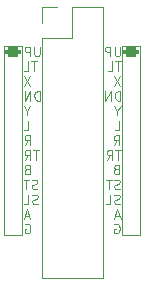
<source format=gbr>
%TF.GenerationSoftware,KiCad,Pcbnew,7.0.1*%
%TF.CreationDate,2023-03-28T23:33:38+09:00*%
%TF.ProjectId,joystick_gpio_input_2p_rasp_part,6a6f7973-7469-4636-9b5f-6770696f5f69,2*%
%TF.SameCoordinates,PX883b640PY6b1d950*%
%TF.FileFunction,Legend,Bot*%
%TF.FilePolarity,Positive*%
%FSLAX46Y46*%
G04 Gerber Fmt 4.6, Leading zero omitted, Abs format (unit mm)*
G04 Created by KiCad (PCBNEW 7.0.1) date 2023-03-28 23:33:38*
%MOMM*%
%LPD*%
G01*
G04 APERTURE LIST*
G04 Aperture macros list*
%AMRoundRect*
0 Rectangle with rounded corners*
0 $1 Rounding radius*
0 $2 $3 $4 $5 $6 $7 $8 $9 X,Y pos of 4 corners*
0 Add a 4 corners polygon primitive as box body*
4,1,4,$2,$3,$4,$5,$6,$7,$8,$9,$2,$3,0*
0 Add four circle primitives for the rounded corners*
1,1,$1+$1,$2,$3*
1,1,$1+$1,$4,$5*
1,1,$1+$1,$6,$7*
1,1,$1+$1,$8,$9*
0 Add four rect primitives between the rounded corners*
20,1,$1+$1,$2,$3,$4,$5,0*
20,1,$1+$1,$4,$5,$6,$7,0*
20,1,$1+$1,$6,$7,$8,$9,0*
20,1,$1+$1,$8,$9,$2,$3,0*%
G04 Aperture macros list end*
%ADD10C,0.100000*%
%ADD11C,0.120000*%
%ADD12RoundRect,0.200000X-0.450000X0.200000X-0.450000X-0.200000X0.450000X-0.200000X0.450000X0.200000X0*%
%ADD13O,1.300000X0.800000*%
%ADD14R,1.700000X1.700000*%
%ADD15O,1.700000X1.700000*%
G04 APERTURE END LIST*
D10*
%TO.C,J9*%
X9863719Y5752877D02*
X9482766Y5752877D01*
X9939909Y5524305D02*
X9673242Y6324305D01*
X9673242Y6324305D02*
X9406576Y5524305D01*
X9901814Y17576505D02*
X9368480Y16776505D01*
X9368480Y17576505D02*
X9901814Y16776505D01*
X9901823Y15531905D02*
X9901823Y16331905D01*
X9901823Y16331905D02*
X9711347Y16331905D01*
X9711347Y16331905D02*
X9597061Y16293810D01*
X9597061Y16293810D02*
X9520871Y16217620D01*
X9520871Y16217620D02*
X9482776Y16141429D01*
X9482776Y16141429D02*
X9444680Y15989048D01*
X9444680Y15989048D02*
X9444680Y15874762D01*
X9444680Y15874762D02*
X9482776Y15722381D01*
X9482776Y15722381D02*
X9520871Y15646191D01*
X9520871Y15646191D02*
X9597061Y15570000D01*
X9597061Y15570000D02*
X9711347Y15531905D01*
X9711347Y15531905D02*
X9901823Y15531905D01*
X9101823Y15531905D02*
X9101823Y16331905D01*
X9101823Y16331905D02*
X8644680Y15531905D01*
X8644680Y15531905D02*
X8644680Y16331905D01*
X9863719Y8077000D02*
X9749433Y8038905D01*
X9749433Y8038905D02*
X9558957Y8038905D01*
X9558957Y8038905D02*
X9482766Y8077000D01*
X9482766Y8077000D02*
X9444671Y8115096D01*
X9444671Y8115096D02*
X9406576Y8191286D01*
X9406576Y8191286D02*
X9406576Y8267477D01*
X9406576Y8267477D02*
X9444671Y8343667D01*
X9444671Y8343667D02*
X9482766Y8381762D01*
X9482766Y8381762D02*
X9558957Y8419858D01*
X9558957Y8419858D02*
X9711338Y8457953D01*
X9711338Y8457953D02*
X9787528Y8496048D01*
X9787528Y8496048D02*
X9825623Y8534143D01*
X9825623Y8534143D02*
X9863719Y8610334D01*
X9863719Y8610334D02*
X9863719Y8686524D01*
X9863719Y8686524D02*
X9825623Y8762715D01*
X9825623Y8762715D02*
X9787528Y8800810D01*
X9787528Y8800810D02*
X9711338Y8838905D01*
X9711338Y8838905D02*
X9520861Y8838905D01*
X9520861Y8838905D02*
X9406576Y8800810D01*
X9178004Y8838905D02*
X8720861Y8838905D01*
X8949433Y8038905D02*
X8949433Y8838905D01*
X9406576Y5041610D02*
X9482766Y5079705D01*
X9482766Y5079705D02*
X9597052Y5079705D01*
X9597052Y5079705D02*
X9711338Y5041610D01*
X9711338Y5041610D02*
X9787528Y4965420D01*
X9787528Y4965420D02*
X9825623Y4889229D01*
X9825623Y4889229D02*
X9863719Y4736848D01*
X9863719Y4736848D02*
X9863719Y4622562D01*
X9863719Y4622562D02*
X9825623Y4470181D01*
X9825623Y4470181D02*
X9787528Y4393991D01*
X9787528Y4393991D02*
X9711338Y4317800D01*
X9711338Y4317800D02*
X9597052Y4279705D01*
X9597052Y4279705D02*
X9520861Y4279705D01*
X9520861Y4279705D02*
X9406576Y4317800D01*
X9406576Y4317800D02*
X9368480Y4355896D01*
X9368480Y4355896D02*
X9368480Y4622562D01*
X9368480Y4622562D02*
X9520861Y4622562D01*
X9863719Y6807000D02*
X9749433Y6768905D01*
X9749433Y6768905D02*
X9558957Y6768905D01*
X9558957Y6768905D02*
X9482766Y6807000D01*
X9482766Y6807000D02*
X9444671Y6845096D01*
X9444671Y6845096D02*
X9406576Y6921286D01*
X9406576Y6921286D02*
X9406576Y6997477D01*
X9406576Y6997477D02*
X9444671Y7073667D01*
X9444671Y7073667D02*
X9482766Y7111762D01*
X9482766Y7111762D02*
X9558957Y7149858D01*
X9558957Y7149858D02*
X9711338Y7187953D01*
X9711338Y7187953D02*
X9787528Y7226048D01*
X9787528Y7226048D02*
X9825623Y7264143D01*
X9825623Y7264143D02*
X9863719Y7340334D01*
X9863719Y7340334D02*
X9863719Y7416524D01*
X9863719Y7416524D02*
X9825623Y7492715D01*
X9825623Y7492715D02*
X9787528Y7530810D01*
X9787528Y7530810D02*
X9711338Y7568905D01*
X9711338Y7568905D02*
X9520861Y7568905D01*
X9520861Y7568905D02*
X9406576Y7530810D01*
X8682766Y6768905D02*
X9063718Y6768905D01*
X9063718Y6768905D02*
X9063718Y7568905D01*
X9673242Y14668258D02*
X9673242Y14287305D01*
X9939909Y15087305D02*
X9673242Y14668258D01*
X9673242Y14668258D02*
X9406576Y15087305D01*
X9444671Y13017305D02*
X9825623Y13017305D01*
X9825623Y13017305D02*
X9825623Y13817305D01*
X9901823Y20091105D02*
X9901823Y19443486D01*
X9901823Y19443486D02*
X9863728Y19367296D01*
X9863728Y19367296D02*
X9825633Y19329200D01*
X9825633Y19329200D02*
X9749442Y19291105D01*
X9749442Y19291105D02*
X9597061Y19291105D01*
X9597061Y19291105D02*
X9520871Y19329200D01*
X9520871Y19329200D02*
X9482776Y19367296D01*
X9482776Y19367296D02*
X9444680Y19443486D01*
X9444680Y19443486D02*
X9444680Y20091105D01*
X9063728Y19291105D02*
X9063728Y20091105D01*
X9063728Y20091105D02*
X8758966Y20091105D01*
X8758966Y20091105D02*
X8682776Y20053010D01*
X8682776Y20053010D02*
X8644681Y20014915D01*
X8644681Y20014915D02*
X8606585Y19938724D01*
X8606585Y19938724D02*
X8606585Y19824439D01*
X8606585Y19824439D02*
X8644681Y19748248D01*
X8644681Y19748248D02*
X8682776Y19710153D01*
X8682776Y19710153D02*
X8758966Y19672058D01*
X8758966Y19672058D02*
X9063728Y19672058D01*
X9939909Y11328105D02*
X9482766Y11328105D01*
X9711338Y10528105D02*
X9711338Y11328105D01*
X8758956Y10528105D02*
X9025623Y10909058D01*
X9216099Y10528105D02*
X9216099Y11328105D01*
X9216099Y11328105D02*
X8911337Y11328105D01*
X8911337Y11328105D02*
X8835147Y11290010D01*
X8835147Y11290010D02*
X8797052Y11251915D01*
X8797052Y11251915D02*
X8758956Y11175724D01*
X8758956Y11175724D02*
X8758956Y11061439D01*
X8758956Y11061439D02*
X8797052Y10985248D01*
X8797052Y10985248D02*
X8835147Y10947153D01*
X8835147Y10947153D02*
X8911337Y10909058D01*
X8911337Y10909058D02*
X9216099Y10909058D01*
X9939909Y18846505D02*
X9482766Y18846505D01*
X9711338Y18046505D02*
X9711338Y18846505D01*
X8835147Y18046505D02*
X9216099Y18046505D01*
X9216099Y18046505D02*
X9216099Y18846505D01*
X9368480Y11772705D02*
X9635147Y12153658D01*
X9825623Y11772705D02*
X9825623Y12572705D01*
X9825623Y12572705D02*
X9520861Y12572705D01*
X9520861Y12572705D02*
X9444671Y12534610D01*
X9444671Y12534610D02*
X9406576Y12496515D01*
X9406576Y12496515D02*
X9368480Y12420324D01*
X9368480Y12420324D02*
X9368480Y12306039D01*
X9368480Y12306039D02*
X9406576Y12229848D01*
X9406576Y12229848D02*
X9444671Y12191753D01*
X9444671Y12191753D02*
X9520861Y12153658D01*
X9520861Y12153658D02*
X9825623Y12153658D01*
X9558957Y9702553D02*
X9444671Y9664458D01*
X9444671Y9664458D02*
X9406576Y9626362D01*
X9406576Y9626362D02*
X9368480Y9550172D01*
X9368480Y9550172D02*
X9368480Y9435886D01*
X9368480Y9435886D02*
X9406576Y9359696D01*
X9406576Y9359696D02*
X9444671Y9321600D01*
X9444671Y9321600D02*
X9520861Y9283505D01*
X9520861Y9283505D02*
X9825623Y9283505D01*
X9825623Y9283505D02*
X9825623Y10083505D01*
X9825623Y10083505D02*
X9558957Y10083505D01*
X9558957Y10083505D02*
X9482766Y10045410D01*
X9482766Y10045410D02*
X9444671Y10007315D01*
X9444671Y10007315D02*
X9406576Y9931124D01*
X9406576Y9931124D02*
X9406576Y9854934D01*
X9406576Y9854934D02*
X9444671Y9778743D01*
X9444671Y9778743D02*
X9482766Y9740648D01*
X9482766Y9740648D02*
X9558957Y9702553D01*
X9558957Y9702553D02*
X9825623Y9702553D01*
%TO.C,J11*%
X1849976Y5041610D02*
X1926166Y5079705D01*
X1926166Y5079705D02*
X2040452Y5079705D01*
X2040452Y5079705D02*
X2154738Y5041610D01*
X2154738Y5041610D02*
X2230928Y4965420D01*
X2230928Y4965420D02*
X2269023Y4889229D01*
X2269023Y4889229D02*
X2307119Y4736848D01*
X2307119Y4736848D02*
X2307119Y4622562D01*
X2307119Y4622562D02*
X2269023Y4470181D01*
X2269023Y4470181D02*
X2230928Y4393991D01*
X2230928Y4393991D02*
X2154738Y4317800D01*
X2154738Y4317800D02*
X2040452Y4279705D01*
X2040452Y4279705D02*
X1964261Y4279705D01*
X1964261Y4279705D02*
X1849976Y4317800D01*
X1849976Y4317800D02*
X1811880Y4355896D01*
X1811880Y4355896D02*
X1811880Y4622562D01*
X1811880Y4622562D02*
X1964261Y4622562D01*
X1811880Y11772705D02*
X2078547Y12153658D01*
X2269023Y11772705D02*
X2269023Y12572705D01*
X2269023Y12572705D02*
X1964261Y12572705D01*
X1964261Y12572705D02*
X1888071Y12534610D01*
X1888071Y12534610D02*
X1849976Y12496515D01*
X1849976Y12496515D02*
X1811880Y12420324D01*
X1811880Y12420324D02*
X1811880Y12306039D01*
X1811880Y12306039D02*
X1849976Y12229848D01*
X1849976Y12229848D02*
X1888071Y12191753D01*
X1888071Y12191753D02*
X1964261Y12153658D01*
X1964261Y12153658D02*
X2269023Y12153658D01*
X2992833Y11328105D02*
X2535690Y11328105D01*
X2764262Y10528105D02*
X2764262Y11328105D01*
X1811880Y10528105D02*
X2078547Y10909058D01*
X2269023Y10528105D02*
X2269023Y11328105D01*
X2269023Y11328105D02*
X1964261Y11328105D01*
X1964261Y11328105D02*
X1888071Y11290010D01*
X1888071Y11290010D02*
X1849976Y11251915D01*
X1849976Y11251915D02*
X1811880Y11175724D01*
X1811880Y11175724D02*
X1811880Y11061439D01*
X1811880Y11061439D02*
X1849976Y10985248D01*
X1849976Y10985248D02*
X1888071Y10947153D01*
X1888071Y10947153D02*
X1964261Y10909058D01*
X1964261Y10909058D02*
X2269023Y10909058D01*
X2002356Y14668258D02*
X2002356Y14287305D01*
X2269023Y15087305D02*
X2002356Y14668258D01*
X2002356Y14668258D02*
X1735690Y15087305D01*
X1735690Y13017305D02*
X2116642Y13017305D01*
X2116642Y13017305D02*
X2116642Y13817305D01*
X2916643Y6807000D02*
X2802357Y6768905D01*
X2802357Y6768905D02*
X2611881Y6768905D01*
X2611881Y6768905D02*
X2535690Y6807000D01*
X2535690Y6807000D02*
X2497595Y6845096D01*
X2497595Y6845096D02*
X2459500Y6921286D01*
X2459500Y6921286D02*
X2459500Y6997477D01*
X2459500Y6997477D02*
X2497595Y7073667D01*
X2497595Y7073667D02*
X2535690Y7111762D01*
X2535690Y7111762D02*
X2611881Y7149858D01*
X2611881Y7149858D02*
X2764262Y7187953D01*
X2764262Y7187953D02*
X2840452Y7226048D01*
X2840452Y7226048D02*
X2878547Y7264143D01*
X2878547Y7264143D02*
X2916643Y7340334D01*
X2916643Y7340334D02*
X2916643Y7416524D01*
X2916643Y7416524D02*
X2878547Y7492715D01*
X2878547Y7492715D02*
X2840452Y7530810D01*
X2840452Y7530810D02*
X2764262Y7568905D01*
X2764262Y7568905D02*
X2573785Y7568905D01*
X2573785Y7568905D02*
X2459500Y7530810D01*
X1735690Y6768905D02*
X2116642Y6768905D01*
X2116642Y6768905D02*
X2116642Y7568905D01*
X2002357Y9702553D02*
X1888071Y9664458D01*
X1888071Y9664458D02*
X1849976Y9626362D01*
X1849976Y9626362D02*
X1811880Y9550172D01*
X1811880Y9550172D02*
X1811880Y9435886D01*
X1811880Y9435886D02*
X1849976Y9359696D01*
X1849976Y9359696D02*
X1888071Y9321600D01*
X1888071Y9321600D02*
X1964261Y9283505D01*
X1964261Y9283505D02*
X2269023Y9283505D01*
X2269023Y9283505D02*
X2269023Y10083505D01*
X2269023Y10083505D02*
X2002357Y10083505D01*
X2002357Y10083505D02*
X1926166Y10045410D01*
X1926166Y10045410D02*
X1888071Y10007315D01*
X1888071Y10007315D02*
X1849976Y9931124D01*
X1849976Y9931124D02*
X1849976Y9854934D01*
X1849976Y9854934D02*
X1888071Y9778743D01*
X1888071Y9778743D02*
X1926166Y9740648D01*
X1926166Y9740648D02*
X2002357Y9702553D01*
X2002357Y9702553D02*
X2269023Y9702553D01*
X2840452Y18846505D02*
X2383309Y18846505D01*
X2611881Y18046505D02*
X2611881Y18846505D01*
X1735690Y18046505D02*
X2116642Y18046505D01*
X2116642Y18046505D02*
X2116642Y18846505D01*
X2192833Y5752877D02*
X1811880Y5752877D01*
X2269023Y5524305D02*
X2002356Y6324305D01*
X2002356Y6324305D02*
X1735690Y5524305D01*
X2878548Y8077000D02*
X2764262Y8038905D01*
X2764262Y8038905D02*
X2573786Y8038905D01*
X2573786Y8038905D02*
X2497595Y8077000D01*
X2497595Y8077000D02*
X2459500Y8115096D01*
X2459500Y8115096D02*
X2421405Y8191286D01*
X2421405Y8191286D02*
X2421405Y8267477D01*
X2421405Y8267477D02*
X2459500Y8343667D01*
X2459500Y8343667D02*
X2497595Y8381762D01*
X2497595Y8381762D02*
X2573786Y8419858D01*
X2573786Y8419858D02*
X2726167Y8457953D01*
X2726167Y8457953D02*
X2802357Y8496048D01*
X2802357Y8496048D02*
X2840452Y8534143D01*
X2840452Y8534143D02*
X2878548Y8610334D01*
X2878548Y8610334D02*
X2878548Y8686524D01*
X2878548Y8686524D02*
X2840452Y8762715D01*
X2840452Y8762715D02*
X2802357Y8800810D01*
X2802357Y8800810D02*
X2726167Y8838905D01*
X2726167Y8838905D02*
X2535690Y8838905D01*
X2535690Y8838905D02*
X2421405Y8800810D01*
X2192833Y8838905D02*
X1735690Y8838905D01*
X1964262Y8038905D02*
X1964262Y8838905D01*
X3107118Y15531905D02*
X3107118Y16331905D01*
X3107118Y16331905D02*
X2916642Y16331905D01*
X2916642Y16331905D02*
X2802356Y16293810D01*
X2802356Y16293810D02*
X2726166Y16217620D01*
X2726166Y16217620D02*
X2688071Y16141429D01*
X2688071Y16141429D02*
X2649975Y15989048D01*
X2649975Y15989048D02*
X2649975Y15874762D01*
X2649975Y15874762D02*
X2688071Y15722381D01*
X2688071Y15722381D02*
X2726166Y15646191D01*
X2726166Y15646191D02*
X2802356Y15570000D01*
X2802356Y15570000D02*
X2916642Y15531905D01*
X2916642Y15531905D02*
X3107118Y15531905D01*
X2307118Y15531905D02*
X2307118Y16331905D01*
X2307118Y16331905D02*
X1849975Y15531905D01*
X1849975Y15531905D02*
X1849975Y16331905D01*
X2307119Y17576505D02*
X1773785Y16776505D01*
X1773785Y17576505D02*
X2307119Y16776505D01*
X3107118Y20091105D02*
X3107118Y19443486D01*
X3107118Y19443486D02*
X3069023Y19367296D01*
X3069023Y19367296D02*
X3030928Y19329200D01*
X3030928Y19329200D02*
X2954737Y19291105D01*
X2954737Y19291105D02*
X2802356Y19291105D01*
X2802356Y19291105D02*
X2726166Y19329200D01*
X2726166Y19329200D02*
X2688071Y19367296D01*
X2688071Y19367296D02*
X2649975Y19443486D01*
X2649975Y19443486D02*
X2649975Y20091105D01*
X2269023Y19291105D02*
X2269023Y20091105D01*
X2269023Y20091105D02*
X1964261Y20091105D01*
X1964261Y20091105D02*
X1888071Y20053010D01*
X1888071Y20053010D02*
X1849976Y20014915D01*
X1849976Y20014915D02*
X1811880Y19938724D01*
X1811880Y19938724D02*
X1811880Y19824439D01*
X1811880Y19824439D02*
X1849976Y19748248D01*
X1849976Y19748248D02*
X1888071Y19710153D01*
X1888071Y19710153D02*
X1964261Y19672058D01*
X1964261Y19672058D02*
X2269023Y19672058D01*
D11*
%TO.C,J9*%
X11616300Y20169200D02*
X10092300Y20169200D01*
X10092300Y20169200D02*
X10092300Y4167200D01*
X11616300Y4167200D02*
X11616300Y20169200D01*
X11616300Y4167200D02*
X10092300Y4167200D01*
%TO.C,J11*%
X1608700Y20169200D02*
X84700Y20169200D01*
X84700Y20169200D02*
X84700Y4167200D01*
X1608700Y4167200D02*
X1608700Y20169200D01*
X1608700Y4167200D02*
X84700Y4167200D01*
%TO.C,J7*%
X8470900Y465000D02*
X3270900Y465000D01*
X8470900Y23445000D02*
X8470900Y465000D01*
X8470900Y23445000D02*
X5870900Y23445000D01*
X5870900Y20845000D02*
X3270900Y20845000D01*
X5870900Y23445000D02*
X5870900Y20845000D01*
X4600900Y23445000D02*
X3270900Y23445000D01*
X3270900Y20845000D02*
X3270900Y465000D01*
X3270900Y23445000D02*
X3270900Y22115000D01*
%TD*%
%LPC*%
D12*
%TO.C,J9*%
X10854300Y19661200D03*
D13*
X10854300Y18411200D03*
X10854300Y17161200D03*
X10854300Y15911200D03*
X10854300Y14661200D03*
X10854300Y13411200D03*
X10854300Y12161200D03*
X10854300Y10911200D03*
X10854300Y9661200D03*
X10854300Y8411200D03*
X10854300Y7161200D03*
X10854300Y5911200D03*
X10854300Y4661200D03*
%TD*%
D12*
%TO.C,J11*%
X846700Y19661200D03*
D13*
X846700Y18411200D03*
X846700Y17161200D03*
X846700Y15911200D03*
X846700Y14661200D03*
X846700Y13411200D03*
X846700Y12161200D03*
X846700Y10911200D03*
X846700Y9661200D03*
X846700Y8411200D03*
X846700Y7161200D03*
X846700Y5911200D03*
X846700Y4661200D03*
%TD*%
D14*
%TO.C,J7*%
X4600900Y22115000D03*
D15*
X7140900Y22115000D03*
X4600900Y19575000D03*
X7140900Y19575000D03*
X4600900Y17035000D03*
X7140900Y17035000D03*
X4600900Y14495000D03*
X7140900Y14495000D03*
X4600900Y11955000D03*
X7140900Y11955000D03*
X4600900Y9415000D03*
X7140900Y9415000D03*
X4600900Y6875000D03*
X7140900Y6875000D03*
X4600900Y4335000D03*
X7140900Y4335000D03*
X4600900Y1795000D03*
X7140900Y1795000D03*
%TD*%
M02*

</source>
